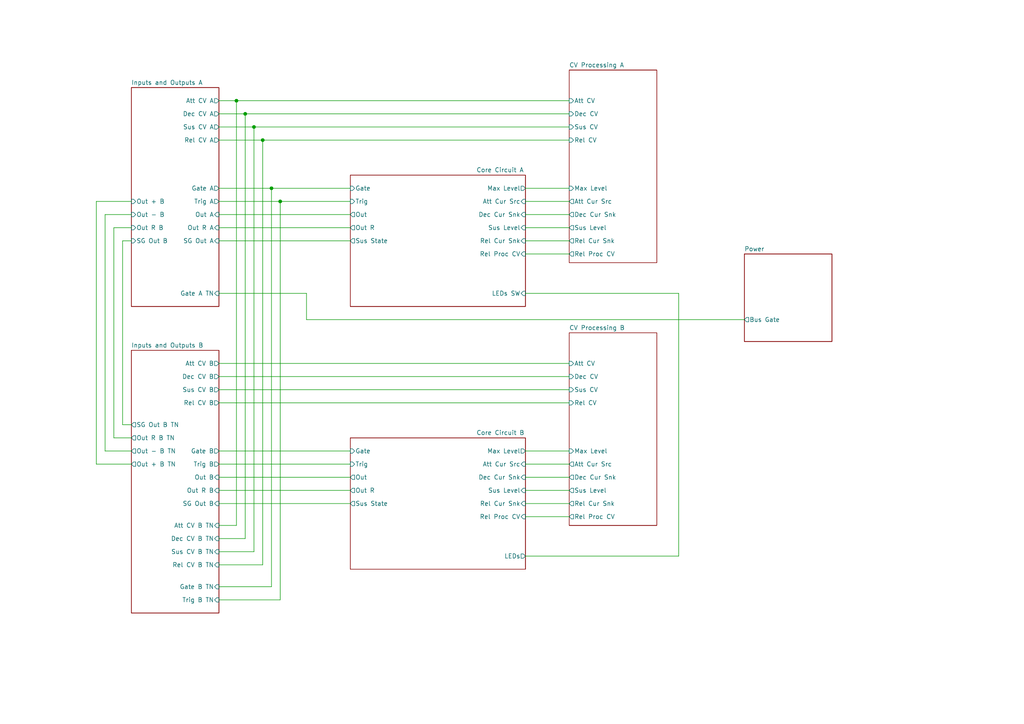
<source format=kicad_sch>
(kicad_sch
	(version 20250114)
	(generator "eeschema")
	(generator_version "9.0")
	(uuid "58f4306d-5387-4983-bb08-41a2313fd315")
	(paper "A4")
	(title_block
		(rev "1")
		(company "DMH Instruments")
		(comment 1 "PCB for 15cm Kosmo format synthesizer module")
	)
	(lib_symbols)
	(junction
		(at 81.28 58.42)
		(diameter 0)
		(color 0 0 0 0)
		(uuid "2dd2dd8f-3b41-46e4-8afb-55261737956a")
	)
	(junction
		(at 78.74 54.61)
		(diameter 0)
		(color 0 0 0 0)
		(uuid "430c753b-547d-49d8-beac-ee3719009a06")
	)
	(junction
		(at 73.66 36.83)
		(diameter 0)
		(color 0 0 0 0)
		(uuid "81979280-da5f-4542-a2ec-b0fab466d179")
	)
	(junction
		(at 68.58 29.21)
		(diameter 0)
		(color 0 0 0 0)
		(uuid "afc906a4-e7cc-48c2-8880-7862e64f868f")
	)
	(junction
		(at 76.2 40.64)
		(diameter 0)
		(color 0 0 0 0)
		(uuid "c80240f9-6e1a-46ad-9511-616f978e1a5a")
	)
	(junction
		(at 71.12 33.02)
		(diameter 0)
		(color 0 0 0 0)
		(uuid "ecb19fd9-df46-4e34-b003-c85a11163e72")
	)
	(wire
		(pts
			(xy 63.5 36.83) (xy 73.66 36.83)
		)
		(stroke
			(width 0)
			(type default)
		)
		(uuid "0488c006-3de3-42c1-99ef-6cce7536ca17")
	)
	(wire
		(pts
			(xy 63.5 62.23) (xy 101.6 62.23)
		)
		(stroke
			(width 0)
			(type default)
		)
		(uuid "0aa03d9b-6273-4d5b-9163-f8b291a92c4f")
	)
	(wire
		(pts
			(xy 152.4 146.05) (xy 165.1 146.05)
		)
		(stroke
			(width 0)
			(type default)
		)
		(uuid "0db65172-a60f-427b-9af3-19c455a9285a")
	)
	(wire
		(pts
			(xy 63.5 160.02) (xy 73.66 160.02)
		)
		(stroke
			(width 0)
			(type default)
		)
		(uuid "0ebb47d5-b1c9-409a-8443-e63deedd8be5")
	)
	(wire
		(pts
			(xy 63.5 173.99) (xy 81.28 173.99)
		)
		(stroke
			(width 0)
			(type default)
		)
		(uuid "135ca279-d2e2-4171-98d4-b54231a0ecc8")
	)
	(wire
		(pts
			(xy 76.2 40.64) (xy 165.1 40.64)
		)
		(stroke
			(width 0)
			(type default)
		)
		(uuid "1b5faf0e-8dab-4316-aaca-5526b713693e")
	)
	(wire
		(pts
			(xy 63.5 58.42) (xy 81.28 58.42)
		)
		(stroke
			(width 0)
			(type default)
		)
		(uuid "20965f5d-adf3-4921-957a-7a6818651f97")
	)
	(wire
		(pts
			(xy 63.5 146.05) (xy 101.6 146.05)
		)
		(stroke
			(width 0)
			(type default)
		)
		(uuid "20fcc1e1-ece0-4874-9377-8e3dc6c11f99")
	)
	(wire
		(pts
			(xy 152.4 69.85) (xy 165.1 69.85)
		)
		(stroke
			(width 0)
			(type default)
		)
		(uuid "22071fc4-8e4f-494a-9fc8-695c8d6b323f")
	)
	(wire
		(pts
			(xy 63.5 113.03) (xy 165.1 113.03)
		)
		(stroke
			(width 0)
			(type default)
		)
		(uuid "24710bfd-ac6e-4cb6-b10e-216918cb6ce8")
	)
	(wire
		(pts
			(xy 38.1 134.62) (xy 27.94 134.62)
		)
		(stroke
			(width 0)
			(type default)
		)
		(uuid "2728c202-58eb-4764-b5b5-190420ba9481")
	)
	(wire
		(pts
			(xy 63.5 105.41) (xy 165.1 105.41)
		)
		(stroke
			(width 0)
			(type default)
		)
		(uuid "2dfe8263-76c1-4c51-aea5-0411ba607bda")
	)
	(wire
		(pts
			(xy 152.4 85.09) (xy 196.85 85.09)
		)
		(stroke
			(width 0)
			(type default)
		)
		(uuid "30313de6-0b72-41d2-bdba-cf9ac3136a25")
	)
	(wire
		(pts
			(xy 63.5 152.4) (xy 68.58 152.4)
		)
		(stroke
			(width 0)
			(type default)
		)
		(uuid "3c009bad-bb91-4537-9804-e2116dab0b3c")
	)
	(wire
		(pts
			(xy 63.5 85.09) (xy 88.9 85.09)
		)
		(stroke
			(width 0)
			(type default)
		)
		(uuid "3c3af9fd-6fa5-41ee-aab9-35a71ffb0b28")
	)
	(wire
		(pts
			(xy 152.4 138.43) (xy 165.1 138.43)
		)
		(stroke
			(width 0)
			(type default)
		)
		(uuid "424faac8-de51-4204-bf74-1407966fc95e")
	)
	(wire
		(pts
			(xy 73.66 160.02) (xy 73.66 36.83)
		)
		(stroke
			(width 0)
			(type default)
		)
		(uuid "4500840f-54bf-47ef-9519-3af56e1a02c1")
	)
	(wire
		(pts
			(xy 63.5 66.04) (xy 101.6 66.04)
		)
		(stroke
			(width 0)
			(type default)
		)
		(uuid "46e295a5-abfc-41f6-9c8f-a739bc821c7f")
	)
	(wire
		(pts
			(xy 63.5 54.61) (xy 78.74 54.61)
		)
		(stroke
			(width 0)
			(type default)
		)
		(uuid "4731dd7b-505e-4c89-96fe-a78151bd3c92")
	)
	(wire
		(pts
			(xy 152.4 58.42) (xy 165.1 58.42)
		)
		(stroke
			(width 0)
			(type default)
		)
		(uuid "5549df4b-e88b-42ae-9453-3c597d9d0af8")
	)
	(wire
		(pts
			(xy 68.58 29.21) (xy 165.1 29.21)
		)
		(stroke
			(width 0)
			(type default)
		)
		(uuid "57c95a8f-948d-421c-9f85-73f0869dbc05")
	)
	(wire
		(pts
			(xy 81.28 58.42) (xy 101.6 58.42)
		)
		(stroke
			(width 0)
			(type default)
		)
		(uuid "5e22d996-d991-402c-ae41-c1cc2af714b7")
	)
	(wire
		(pts
			(xy 76.2 163.83) (xy 76.2 40.64)
		)
		(stroke
			(width 0)
			(type default)
		)
		(uuid "5f95fb43-c694-4c89-9f67-9700e843063f")
	)
	(wire
		(pts
			(xy 152.4 73.66) (xy 165.1 73.66)
		)
		(stroke
			(width 0)
			(type default)
		)
		(uuid "6b41f85e-6762-414d-94e8-37ec0c64c1e9")
	)
	(wire
		(pts
			(xy 73.66 36.83) (xy 165.1 36.83)
		)
		(stroke
			(width 0)
			(type default)
		)
		(uuid "6e1a3b9a-0e9a-4c5b-91a5-0f5c836ea861")
	)
	(wire
		(pts
			(xy 63.5 156.21) (xy 71.12 156.21)
		)
		(stroke
			(width 0)
			(type default)
		)
		(uuid "7167fe48-22fc-4d00-bf3f-51f5fd95ae72")
	)
	(wire
		(pts
			(xy 78.74 170.18) (xy 78.74 54.61)
		)
		(stroke
			(width 0)
			(type default)
		)
		(uuid "77ce5346-0dce-4c1f-b15f-fe5e5f79c7c2")
	)
	(wire
		(pts
			(xy 78.74 54.61) (xy 101.6 54.61)
		)
		(stroke
			(width 0)
			(type default)
		)
		(uuid "7a814d3a-6c51-4600-aa3a-3de93f068dd0")
	)
	(wire
		(pts
			(xy 33.02 127) (xy 33.02 66.04)
		)
		(stroke
			(width 0)
			(type default)
		)
		(uuid "8056e820-abaf-42a0-885c-d9acd9515502")
	)
	(wire
		(pts
			(xy 63.5 142.24) (xy 101.6 142.24)
		)
		(stroke
			(width 0)
			(type default)
		)
		(uuid "856609a9-703a-4673-90d9-745916d2ed27")
	)
	(wire
		(pts
			(xy 38.1 127) (xy 33.02 127)
		)
		(stroke
			(width 0)
			(type default)
		)
		(uuid "86611cfd-5f7a-4d09-bfdd-dcbbaf9ee5e8")
	)
	(wire
		(pts
			(xy 152.4 149.86) (xy 165.1 149.86)
		)
		(stroke
			(width 0)
			(type default)
		)
		(uuid "86970fbc-0ff2-4477-b7ff-622238ff3dd0")
	)
	(wire
		(pts
			(xy 71.12 156.21) (xy 71.12 33.02)
		)
		(stroke
			(width 0)
			(type default)
		)
		(uuid "8bbd33a8-ab2a-434d-a01f-c07393a0d407")
	)
	(wire
		(pts
			(xy 196.85 161.29) (xy 196.85 85.09)
		)
		(stroke
			(width 0)
			(type default)
		)
		(uuid "8d81a39d-aa67-4fcc-ad47-fcdd952d061f")
	)
	(wire
		(pts
			(xy 63.5 40.64) (xy 76.2 40.64)
		)
		(stroke
			(width 0)
			(type default)
		)
		(uuid "9321d842-f39f-4ec5-9ed3-d3b200a88359")
	)
	(wire
		(pts
			(xy 88.9 92.71) (xy 88.9 85.09)
		)
		(stroke
			(width 0)
			(type default)
		)
		(uuid "9a3848e3-b8e1-4b36-b6d5-794bf12ae3fd")
	)
	(wire
		(pts
			(xy 63.5 163.83) (xy 76.2 163.83)
		)
		(stroke
			(width 0)
			(type default)
		)
		(uuid "9a8b8422-2424-418a-8513-4380ee612551")
	)
	(wire
		(pts
			(xy 63.5 109.22) (xy 165.1 109.22)
		)
		(stroke
			(width 0)
			(type default)
		)
		(uuid "9d1586a3-9973-489b-bf21-3c010c940f4a")
	)
	(wire
		(pts
			(xy 63.5 29.21) (xy 68.58 29.21)
		)
		(stroke
			(width 0)
			(type default)
		)
		(uuid "9db98dbd-2dc3-41c6-94e6-2f9844241960")
	)
	(wire
		(pts
			(xy 152.4 62.23) (xy 165.1 62.23)
		)
		(stroke
			(width 0)
			(type default)
		)
		(uuid "a8cc4405-be17-461a-aeb8-4bb34d9a5965")
	)
	(wire
		(pts
			(xy 152.4 161.29) (xy 196.85 161.29)
		)
		(stroke
			(width 0)
			(type default)
		)
		(uuid "ac8d1b36-4fe5-4703-9baf-38d9537806db")
	)
	(wire
		(pts
			(xy 63.5 134.62) (xy 101.6 134.62)
		)
		(stroke
			(width 0)
			(type default)
		)
		(uuid "b0c512f1-579d-43fc-8d3b-8288c252e330")
	)
	(wire
		(pts
			(xy 68.58 29.21) (xy 68.58 152.4)
		)
		(stroke
			(width 0)
			(type default)
		)
		(uuid "b27c582e-0670-4c19-8f2a-18b9b8841efc")
	)
	(wire
		(pts
			(xy 27.94 134.62) (xy 27.94 58.42)
		)
		(stroke
			(width 0)
			(type default)
		)
		(uuid "b2f3bf40-46c2-4576-82a0-a93d05804c9e")
	)
	(wire
		(pts
			(xy 33.02 66.04) (xy 38.1 66.04)
		)
		(stroke
			(width 0)
			(type default)
		)
		(uuid "b3a68423-7d36-4b99-9110-7e705f2687f6")
	)
	(wire
		(pts
			(xy 152.4 130.81) (xy 165.1 130.81)
		)
		(stroke
			(width 0)
			(type default)
		)
		(uuid "b5b57d38-4816-4343-a76b-124701da5813")
	)
	(wire
		(pts
			(xy 63.5 170.18) (xy 78.74 170.18)
		)
		(stroke
			(width 0)
			(type default)
		)
		(uuid "b60f27f5-93cf-4a12-b692-0271d28cbfe1")
	)
	(wire
		(pts
			(xy 27.94 58.42) (xy 38.1 58.42)
		)
		(stroke
			(width 0)
			(type default)
		)
		(uuid "b65afce2-0318-4b5d-9292-1fd0606d1647")
	)
	(wire
		(pts
			(xy 63.5 69.85) (xy 101.6 69.85)
		)
		(stroke
			(width 0)
			(type default)
		)
		(uuid "bd161bfd-933c-4b2e-85a0-54a163619903")
	)
	(wire
		(pts
			(xy 38.1 123.19) (xy 35.56 123.19)
		)
		(stroke
			(width 0)
			(type default)
		)
		(uuid "c9f53e2f-2659-49cd-9af7-f48f3d14f25f")
	)
	(wire
		(pts
			(xy 63.5 138.43) (xy 101.6 138.43)
		)
		(stroke
			(width 0)
			(type default)
		)
		(uuid "ccd984a9-1084-4fc8-afa2-9f14efcf2238")
	)
	(wire
		(pts
			(xy 152.4 54.61) (xy 165.1 54.61)
		)
		(stroke
			(width 0)
			(type default)
		)
		(uuid "d14cede6-9ccc-46ca-a10e-b391c89d184c")
	)
	(wire
		(pts
			(xy 81.28 173.99) (xy 81.28 58.42)
		)
		(stroke
			(width 0)
			(type default)
		)
		(uuid "d20011db-74e0-4445-8508-72e459d24d9a")
	)
	(wire
		(pts
			(xy 63.5 130.81) (xy 101.6 130.81)
		)
		(stroke
			(width 0)
			(type default)
		)
		(uuid "d3e7506e-e024-4b8e-a2e0-acf43cbcd221")
	)
	(wire
		(pts
			(xy 63.5 33.02) (xy 71.12 33.02)
		)
		(stroke
			(width 0)
			(type default)
		)
		(uuid "d5771c0d-55d7-4dc1-b79f-32120e98edc3")
	)
	(wire
		(pts
			(xy 152.4 142.24) (xy 165.1 142.24)
		)
		(stroke
			(width 0)
			(type default)
		)
		(uuid "d60dd747-0221-468a-822e-1c673cf6c106")
	)
	(wire
		(pts
			(xy 152.4 134.62) (xy 165.1 134.62)
		)
		(stroke
			(width 0)
			(type default)
		)
		(uuid "d68e2cf4-73d5-4ba7-8f9d-b48bcd66be4f")
	)
	(wire
		(pts
			(xy 30.48 62.23) (xy 38.1 62.23)
		)
		(stroke
			(width 0)
			(type default)
		)
		(uuid "d6d96bf2-7ae3-4123-87f1-08b2da18189c")
	)
	(wire
		(pts
			(xy 152.4 66.04) (xy 165.1 66.04)
		)
		(stroke
			(width 0)
			(type default)
		)
		(uuid "d7ebff72-8919-4af7-90d0-032c88faa4db")
	)
	(wire
		(pts
			(xy 35.56 69.85) (xy 38.1 69.85)
		)
		(stroke
			(width 0)
			(type default)
		)
		(uuid "d8fb0cf9-2f5b-4763-a413-3d3efab5d1a6")
	)
	(wire
		(pts
			(xy 215.9 92.71) (xy 88.9 92.71)
		)
		(stroke
			(width 0)
			(type default)
		)
		(uuid "dc22884f-8566-4778-a938-ba779e6e31e7")
	)
	(wire
		(pts
			(xy 63.5 116.84) (xy 165.1 116.84)
		)
		(stroke
			(width 0)
			(type default)
		)
		(uuid "dedc9419-dfb6-41c3-ad20-9cf7d0c8f9eb")
	)
	(wire
		(pts
			(xy 30.48 130.81) (xy 30.48 62.23)
		)
		(stroke
			(width 0)
			(type default)
		)
		(uuid "e30e4c57-d771-4556-ae67-ba816de0aa37")
	)
	(wire
		(pts
			(xy 71.12 33.02) (xy 165.1 33.02)
		)
		(stroke
			(width 0)
			(type default)
		)
		(uuid "ed1821cd-cc9c-4ab1-b19d-6b00d6452cc7")
	)
	(wire
		(pts
			(xy 35.56 123.19) (xy 35.56 69.85)
		)
		(stroke
			(width 0)
			(type default)
		)
		(uuid "efe8fd49-01c4-4496-93b6-8111f0ebbe10")
	)
	(wire
		(pts
			(xy 38.1 130.81) (xy 30.48 130.81)
		)
		(stroke
			(width 0)
			(type default)
		)
		(uuid "fc4ee95f-9774-414c-a767-499cf5723807")
	)
	(sheet
		(at 215.9 73.66)
		(size 25.4 25.4)
		(exclude_from_sim no)
		(in_bom yes)
		(on_board yes)
		(dnp no)
		(fields_autoplaced yes)
		(stroke
			(width 0.1524)
			(type solid)
		)
		(fill
			(color 0 0 0 0.0000)
		)
		(uuid "0cdf34b2-39cd-4d9e-981a-97cd34791509")
		(property "Sheetname" "Power"
			(at 215.9 72.9484 0)
			(effects
				(font
					(size 1.27 1.27)
				)
				(justify left bottom)
			)
		)
		(property "Sheetfile" "Power.kicad_sch"
			(at 215.9 99.6446 0)
			(effects
				(font
					(size 1.27 1.27)
				)
				(justify left top)
				(hide yes)
			)
		)
		(pin "Bus Gate" output
			(at 215.9 92.71 180)
			(uuid "00f3de1f-6ad5-4ce6-83b6-bcc422cb898f")
			(effects
				(font
					(size 1.27 1.27)
				)
				(justify left)
			)
		)
		(instances
			(project "DMH_VCEG_PCB_2"
				(path "/58f4306d-5387-4983-bb08-41a2313fd315"
					(page "10")
				)
			)
		)
	)
	(sheet
		(at 38.1 101.6)
		(size 25.4 76.2)
		(exclude_from_sim no)
		(in_bom yes)
		(on_board yes)
		(dnp no)
		(fields_autoplaced yes)
		(stroke
			(width 0.1524)
			(type solid)
		)
		(fill
			(color 0 0 0 0.0000)
		)
		(uuid "56bd3f35-094b-4adb-8c6d-1e57b38bb61e")
		(property "Sheetname" "Inputs and Outputs B"
			(at 38.1 100.8884 0)
			(effects
				(font
					(size 1.27 1.27)
				)
				(justify left bottom)
			)
		)
		(property "Sheetfile" "Inputs_and_Outputs_B.kicad_sch"
			(at 38.1 178.3846 0)
			(effects
				(font
					(size 1.27 1.27)
				)
				(justify left top)
				(hide yes)
			)
		)
		(pin "Att CV B TN" input
			(at 63.5 152.4 0)
			(uuid "f6f3570a-8e82-426b-b38a-e69d45694649")
			(effects
				(font
					(size 1.27 1.27)
				)
				(justify right)
			)
		)
		(pin "Dec CV B TN" input
			(at 63.5 156.21 0)
			(uuid "5605e781-6630-47de-bf57-8593042d41fc")
			(effects
				(font
					(size 1.27 1.27)
				)
				(justify right)
			)
		)
		(pin "Gate B" output
			(at 63.5 130.81 0)
			(uuid "5c5537b4-60d1-463f-aefb-ba0abac51176")
			(effects
				(font
					(size 1.27 1.27)
				)
				(justify right)
			)
		)
		(pin "Gate B TN" input
			(at 63.5 170.18 0)
			(uuid "2ba89036-4737-4be0-87e4-fdab7d148590")
			(effects
				(font
					(size 1.27 1.27)
				)
				(justify right)
			)
		)
		(pin "Out + B TN" output
			(at 38.1 134.62 180)
			(uuid "f486be58-45ac-427f-a4d2-9b74a94b4264")
			(effects
				(font
					(size 1.27 1.27)
				)
				(justify left)
			)
		)
		(pin "Out - B TN" output
			(at 38.1 130.81 180)
			(uuid "10f524d3-8026-4d03-9932-d0a943cb6574")
			(effects
				(font
					(size 1.27 1.27)
				)
				(justify left)
			)
		)
		(pin "Out B" input
			(at 63.5 138.43 0)
			(uuid "7e418dc3-3a91-4b20-b029-64bd56ff4e3d")
			(effects
				(font
					(size 1.27 1.27)
				)
				(justify right)
			)
		)
		(pin "Out R B" input
			(at 63.5 142.24 0)
			(uuid "0f49e183-0e23-41ff-8666-e1c99aaec793")
			(effects
				(font
					(size 1.27 1.27)
				)
				(justify right)
			)
		)
		(pin "Out R B TN" output
			(at 38.1 127 180)
			(uuid "83ebd2ad-ff46-4db9-8a40-272302ac80a0")
			(effects
				(font
					(size 1.27 1.27)
				)
				(justify left)
			)
		)
		(pin "Rel CV B TN" input
			(at 63.5 163.83 0)
			(uuid "6e8e8466-bc50-46fe-9b99-bef261ca48f4")
			(effects
				(font
					(size 1.27 1.27)
				)
				(justify right)
			)
		)
		(pin "SG Out B" input
			(at 63.5 146.05 0)
			(uuid "0ba46a48-3e41-42f9-88c2-60be96d1d25c")
			(effects
				(font
					(size 1.27 1.27)
				)
				(justify right)
			)
		)
		(pin "SG Out B TN" output
			(at 38.1 123.19 180)
			(uuid "b0f32df6-718c-4e34-9f69-383f0a8977e7")
			(effects
				(font
					(size 1.27 1.27)
				)
				(justify left)
			)
		)
		(pin "Sus CV B TN" input
			(at 63.5 160.02 0)
			(uuid "a0641d57-8b16-478a-9d1c-d32ffcfbaf87")
			(effects
				(font
					(size 1.27 1.27)
				)
				(justify right)
			)
		)
		(pin "Trig B" output
			(at 63.5 134.62 0)
			(uuid "795a8e28-e26d-4ea9-9cfb-e01b73c87d0a")
			(effects
				(font
					(size 1.27 1.27)
				)
				(justify right)
			)
		)
		(pin "Trig B TN" input
			(at 63.5 173.99 0)
			(uuid "728cbe64-3713-40d2-a767-ea0f09da53cd")
			(effects
				(font
					(size 1.27 1.27)
				)
				(justify right)
			)
		)
		(pin "Att CV B" output
			(at 63.5 105.41 0)
			(uuid "a8d58929-4891-4cec-b830-b768e7b6cd60")
			(effects
				(font
					(size 1.27 1.27)
				)
				(justify right)
			)
		)
		(pin "Dec CV B" output
			(at 63.5 109.22 0)
			(uuid "ab3f5370-551e-432e-8ad7-ceb0fededc64")
			(effects
				(font
					(size 1.27 1.27)
				)
				(justify right)
			)
		)
		(pin "Rel CV B" output
			(at 63.5 116.84 0)
			(uuid "f048cc18-228d-4f7a-8234-37f88825f2c2")
			(effects
				(font
					(size 1.27 1.27)
				)
				(justify right)
			)
		)
		(pin "Sus CV B" output
			(at 63.5 113.03 0)
			(uuid "0e2ea34e-6019-4bb6-b6d3-ec9a13407a55")
			(effects
				(font
					(size 1.27 1.27)
				)
				(justify right)
			)
		)
		(instances
			(project "DMH_VCEG_PCB_2"
				(path "/58f4306d-5387-4983-bb08-41a2313fd315"
					(page "3")
				)
			)
		)
	)
	(sheet
		(at 165.1 20.32)
		(size 25.4 55.88)
		(exclude_from_sim no)
		(in_bom yes)
		(on_board yes)
		(dnp no)
		(fields_autoplaced yes)
		(stroke
			(width 0.1524)
			(type solid)
		)
		(fill
			(color 0 0 0 0.0000)
		)
		(uuid "7d3cb848-7f4a-41b7-b3df-5bb0c19476ef")
		(property "Sheetname" "CV Processing A"
			(at 165.1 19.6084 0)
			(effects
				(font
					(size 1.27 1.27)
				)
				(justify left bottom)
			)
		)
		(property "Sheetfile" "CV_Processing_A.kicad_sch"
			(at 165.1 76.7846 0)
			(effects
				(font
					(size 1.27 1.27)
				)
				(justify left top)
				(hide yes)
			)
		)
		(pin "Att CV" input
			(at 165.1 29.21 180)
			(uuid "ae649b8a-8245-44df-a51a-e7f113979922")
			(effects
				(font
					(size 1.27 1.27)
				)
				(justify left)
			)
		)
		(pin "Dec CV" input
			(at 165.1 33.02 180)
			(uuid "ca3e7097-e872-45a3-96cf-cd5586f5eb52")
			(effects
				(font
					(size 1.27 1.27)
				)
				(justify left)
			)
		)
		(pin "Rel CV" input
			(at 165.1 40.64 180)
			(uuid "52b9d6cf-427c-41ab-8427-3bf30f3880d4")
			(effects
				(font
					(size 1.27 1.27)
				)
				(justify left)
			)
		)
		(pin "Sus CV" input
			(at 165.1 36.83 180)
			(uuid "6fa909d3-0275-412a-8919-42aec7cc4ed7")
			(effects
				(font
					(size 1.27 1.27)
				)
				(justify left)
			)
		)
		(pin "Max Level" input
			(at 165.1 54.61 180)
			(uuid "dee6b1e4-ed94-4be5-a870-945e3638eb40")
			(effects
				(font
					(size 1.27 1.27)
				)
				(justify left)
			)
		)
		(pin "Att Cur Src" output
			(at 165.1 58.42 180)
			(uuid "3d0e7ca1-bef6-4f2f-ba19-794529ea3508")
			(effects
				(font
					(size 1.27 1.27)
				)
				(justify left)
			)
		)
		(pin "Dec Cur Snk" output
			(at 165.1 62.23 180)
			(uuid "914b3cbf-220c-4ef5-b6b4-4114147c29fb")
			(effects
				(font
					(size 1.27 1.27)
				)
				(justify left)
			)
		)
		(pin "Rel Proc CV" output
			(at 165.1 73.66 180)
			(uuid "18aed36f-25ef-4652-b038-c1ad07b438ba")
			(effects
				(font
					(size 1.27 1.27)
				)
				(justify left)
			)
		)
		(pin "Rel Cur Snk" output
			(at 165.1 69.85 180)
			(uuid "da86b1e1-cfc5-4a61-9ea1-efe23a025d2c")
			(effects
				(font
					(size 1.27 1.27)
				)
				(justify left)
			)
		)
		(pin "Sus Level" output
			(at 165.1 66.04 180)
			(uuid "77f74327-e86b-4445-8c46-4b982211c895")
			(effects
				(font
					(size 1.27 1.27)
				)
				(justify left)
			)
		)
		(instances
			(project "DMH_VCEG_PCB_2"
				(path "/58f4306d-5387-4983-bb08-41a2313fd315"
					(page "6")
				)
			)
		)
	)
	(sheet
		(at 101.6 127)
		(size 50.8 38.1)
		(exclude_from_sim no)
		(in_bom yes)
		(on_board yes)
		(dnp no)
		(stroke
			(width 0.1524)
			(type solid)
		)
		(fill
			(color 0 0 0 0.0000)
		)
		(uuid "8d22a13f-1d3b-4a1f-8b3f-baf42965c019")
		(property "Sheetname" "Core Circuit B"
			(at 138.176 126.238 0)
			(effects
				(font
					(size 1.27 1.27)
				)
				(justify left bottom)
			)
		)
		(property "Sheetfile" "Core_Circuit_B.kicad_sch"
			(at 101.6 165.6846 0)
			(effects
				(font
					(size 1.27 1.27)
				)
				(justify left top)
				(hide yes)
			)
		)
		(pin "Gate" input
			(at 101.6 130.81 180)
			(uuid "a2c75ba6-d70e-432b-915a-a0e64d22828b")
			(effects
				(font
					(size 1.27 1.27)
				)
				(justify left)
			)
		)
		(pin "Trig" input
			(at 101.6 134.62 180)
			(uuid "82999391-9cbe-4884-a5bc-1e5edca5899f")
			(effects
				(font
					(size 1.27 1.27)
				)
				(justify left)
			)
		)
		(pin "Out" output
			(at 101.6 138.43 180)
			(uuid "bf9a19a8-b468-4d00-b08e-d0f7b53d3269")
			(effects
				(font
					(size 1.27 1.27)
				)
				(justify left)
			)
		)
		(pin "Max Level" output
			(at 152.4 130.81 0)
			(uuid "4df2680a-7c52-43b6-9bf1-9902f57e0fee")
			(effects
				(font
					(size 1.27 1.27)
				)
				(justify right)
			)
		)
		(pin "Sus Level" input
			(at 152.4 142.24 0)
			(uuid "7ca34b70-3025-4ef8-bd93-ad8d097f40d2")
			(effects
				(font
					(size 1.27 1.27)
				)
				(justify right)
			)
		)
		(pin "Dec Cur Snk" input
			(at 152.4 138.43 0)
			(uuid "bcc49da9-9862-4bb4-ab9d-7e31e57992ee")
			(effects
				(font
					(size 1.27 1.27)
				)
				(justify right)
			)
		)
		(pin "LEDs" output
			(at 152.4 161.29 0)
			(uuid "a42f1191-08c5-4a9e-9cb2-fe52efa772d8")
			(effects
				(font
					(size 1.27 1.27)
				)
				(justify right)
			)
		)
		(pin "Out R" output
			(at 101.6 142.24 180)
			(uuid "2d1f640b-fb69-4924-9307-7eb96385d91c")
			(effects
				(font
					(size 1.27 1.27)
				)
				(justify left)
			)
		)
		(pin "Rel Cur Snk" input
			(at 152.4 146.05 0)
			(uuid "a559b709-d8de-4a31-8dfa-c0026ef78fc9")
			(effects
				(font
					(size 1.27 1.27)
				)
				(justify right)
			)
		)
		(pin "Att Cur Src" input
			(at 152.4 134.62 0)
			(uuid "abb96633-747c-4a5e-9c43-69c060cf2945")
			(effects
				(font
					(size 1.27 1.27)
				)
				(justify right)
			)
		)
		(pin "Sus State" output
			(at 101.6 146.05 180)
			(uuid "ff060a7c-a3de-48ef-b5ea-3a5d9efb4a32")
			(effects
				(font
					(size 1.27 1.27)
				)
				(justify left)
			)
		)
		(pin "Rel Proc CV" input
			(at 152.4 149.86 0)
			(uuid "41e353bc-3c12-4d81-87fe-ab35babfa2d3")
			(effects
				(font
					(size 1.27 1.27)
				)
				(justify right)
			)
		)
		(instances
			(project "DMH_VCEG_PCB_2"
				(path "/58f4306d-5387-4983-bb08-41a2313fd315"
					(page "5")
				)
			)
		)
	)
	(sheet
		(at 165.1 96.52)
		(size 25.4 55.88)
		(exclude_from_sim no)
		(in_bom yes)
		(on_board yes)
		(dnp no)
		(fields_autoplaced yes)
		(stroke
			(width 0.1524)
			(type solid)
		)
		(fill
			(color 0 0 0 0.0000)
		)
		(uuid "b3f92c0e-ea97-4ef0-9a6b-254feed98ad2")
		(property "Sheetname" "CV Processing B"
			(at 165.1 95.8084 0)
			(effects
				(font
					(size 1.27 1.27)
				)
				(justify left bottom)
			)
		)
		(property "Sheetfile" "CV_Processing_B.kicad_sch"
			(at 165.1 152.9846 0)
			(effects
				(font
					(size 1.27 1.27)
				)
				(justify left top)
				(hide yes)
			)
		)
		(pin "Att CV" input
			(at 165.1 105.41 180)
			(uuid "0c557391-a1d4-4cda-b765-69e9814fe6d0")
			(effects
				(font
					(size 1.27 1.27)
				)
				(justify left)
			)
		)
		(pin "Dec CV" input
			(at 165.1 109.22 180)
			(uuid "fa1fc326-1548-4c27-ba5c-538de4f9a529")
			(effects
				(font
					(size 1.27 1.27)
				)
				(justify left)
			)
		)
		(pin "Rel CV" input
			(at 165.1 116.84 180)
			(uuid "808d02e6-537c-49b6-a2b7-38c147ade26f")
			(effects
				(font
					(size 1.27 1.27)
				)
				(justify left)
			)
		)
		(pin "Sus CV" input
			(at 165.1 113.03 180)
			(uuid "e36394af-c27a-402a-bd95-20c45a61e6a6")
			(effects
				(font
					(size 1.27 1.27)
				)
				(justify left)
			)
		)
		(pin "Max Level" input
			(at 165.1 130.81 180)
			(uuid "45bfeaf1-f349-42f8-88a3-30250ad0f362")
			(effects
				(font
					(size 1.27 1.27)
				)
				(justify left)
			)
		)
		(pin "Att Cur Src" output
			(at 165.1 134.62 180)
			(uuid "0b79948e-d1e3-4e73-ba56-339ac9c4df49")
			(effects
				(font
					(size 1.27 1.27)
				)
				(justify left)
			)
		)
		(pin "Dec Cur Snk" output
			(at 165.1 138.43 180)
			(uuid "b481978e-eced-42dd-9bee-94966565c356")
			(effects
				(font
					(size 1.27 1.27)
				)
				(justify left)
			)
		)
		(pin "Rel Proc CV" output
			(at 165.1 149.86 180)
			(uuid "73526f46-1ad4-49b9-8437-d2ce5d08143d")
			(effects
				(font
					(size 1.27 1.27)
				)
				(justify left)
			)
		)
		(pin "Rel Cur Snk" output
			(at 165.1 146.05 180)
			(uuid "e4c6a7d6-8905-4845-8b21-9e783dc1bbb1")
			(effects
				(font
					(size 1.27 1.27)
				)
				(justify left)
			)
		)
		(pin "Sus Level" output
			(at 165.1 142.24 180)
			(uuid "3eb8acea-3a73-4a5b-b58e-f6f8ae20eada")
			(effects
				(font
					(size 1.27 1.27)
				)
				(justify left)
			)
		)
		(instances
			(project "DMH_VCEG_PCB_2"
				(path "/58f4306d-5387-4983-bb08-41a2313fd315"
					(page "7")
				)
			)
		)
	)
	(sheet
		(at 101.6 50.8)
		(size 50.8 38.1)
		(exclude_from_sim no)
		(in_bom yes)
		(on_board yes)
		(dnp no)
		(stroke
			(width 0.1524)
			(type solid)
		)
		(fill
			(color 0 0 0 0.0000)
		)
		(uuid "cb21e49a-1eb5-49c3-bf16-2a24a7e3f94c")
		(property "Sheetname" "Core Circuit A"
			(at 138.176 50.038 0)
			(effects
				(font
					(size 1.27 1.27)
				)
				(justify left bottom)
			)
		)
		(property "Sheetfile" "Core_Circuit_A.kicad_sch"
			(at 101.6 89.4846 0)
			(effects
				(font
					(size 1.27 1.27)
				)
				(justify left top)
				(hide yes)
			)
		)
		(pin "Gate" input
			(at 101.6 54.61 180)
			(uuid "5c18d0a2-8069-4917-a424-94f5da42978a")
			(effects
				(font
					(size 1.27 1.27)
				)
				(justify left)
			)
		)
		(pin "Trig" input
			(at 101.6 58.42 180)
			(uuid "a469e801-aa53-4660-be2b-529d61a4df5b")
			(effects
				(font
					(size 1.27 1.27)
				)
				(justify left)
			)
		)
		(pin "Out" output
			(at 101.6 62.23 180)
			(uuid "47047b31-8826-46a1-9976-73003f6ba029")
			(effects
				(font
					(size 1.27 1.27)
				)
				(justify left)
			)
		)
		(pin "Max Level" output
			(at 152.4 54.61 0)
			(uuid "4ed2d949-04b6-435e-9a05-4b3a1ea79c7f")
			(effects
				(font
					(size 1.27 1.27)
				)
				(justify right)
			)
		)
		(pin "Sus Level" input
			(at 152.4 66.04 0)
			(uuid "20d88507-e9ee-43be-b05c-cf599fe02a1e")
			(effects
				(font
					(size 1.27 1.27)
				)
				(justify right)
			)
		)
		(pin "Dec Cur Snk" input
			(at 152.4 62.23 0)
			(uuid "209e8cd5-9641-478b-8dd8-5e6e34d2060b")
			(effects
				(font
					(size 1.27 1.27)
				)
				(justify right)
			)
		)
		(pin "LEDs SW" input
			(at 152.4 85.09 0)
			(uuid "b278ccf0-cb41-4103-a954-b3096fe3dc29")
			(effects
				(font
					(size 1.27 1.27)
				)
				(justify right)
			)
		)
		(pin "Out R" output
			(at 101.6 66.04 180)
			(uuid "bc283c80-a50f-4152-9972-4e5f3b8fcb94")
			(effects
				(font
					(size 1.27 1.27)
				)
				(justify left)
			)
		)
		(pin "Rel Cur Snk" input
			(at 152.4 69.85 0)
			(uuid "3c81691c-ec3e-4942-bbbf-32dc9da9ded3")
			(effects
				(font
					(size 1.27 1.27)
				)
				(justify right)
			)
		)
		(pin "Att Cur Src" input
			(at 152.4 58.42 0)
			(uuid "d352a588-4b5c-4884-877d-7262188ef4ff")
			(effects
				(font
					(size 1.27 1.27)
				)
				(justify right)
			)
		)
		(pin "Sus State" output
			(at 101.6 69.85 180)
			(uuid "842c1c26-7789-4443-9c27-d9adefca833f")
			(effects
				(font
					(size 1.27 1.27)
				)
				(justify left)
			)
		)
		(pin "Rel Proc CV" input
			(at 152.4 73.66 0)
			(uuid "1045df88-5b3c-4677-8a09-6790caa130ca")
			(effects
				(font
					(size 1.27 1.27)
				)
				(justify right)
			)
		)
		(instances
			(project "DMH_VCEG_PCB_2"
				(path "/58f4306d-5387-4983-bb08-41a2313fd315"
					(page "4")
				)
			)
		)
	)
	(sheet
		(at 38.1 25.4)
		(size 25.4 63.5)
		(exclude_from_sim no)
		(in_bom yes)
		(on_board yes)
		(dnp no)
		(fields_autoplaced yes)
		(stroke
			(width 0.1524)
			(type solid)
		)
		(fill
			(color 0 0 0 0.0000)
		)
		(uuid "ce3fef8b-9f1d-4178-b50b-4a046c030679")
		(property "Sheetname" "Inputs and Outputs A"
			(at 38.1 24.6884 0)
			(effects
				(font
					(size 1.27 1.27)
				)
				(justify left bottom)
			)
		)
		(property "Sheetfile" "Inputs_and_Outputs_A.kicad_sch"
			(at 38.1 89.4846 0)
			(effects
				(font
					(size 1.27 1.27)
				)
				(justify left top)
				(hide yes)
			)
		)
		(pin "Att CV A" output
			(at 63.5 29.21 0)
			(uuid "3f86dda7-7cce-4834-84ae-83c3f57c8ca4")
			(effects
				(font
					(size 1.27 1.27)
				)
				(justify right)
			)
		)
		(pin "Dec CV A" output
			(at 63.5 33.02 0)
			(uuid "0d089704-642f-414a-8bde-b9ac3e3d2dac")
			(effects
				(font
					(size 1.27 1.27)
				)
				(justify right)
			)
		)
		(pin "Gate A" output
			(at 63.5 54.61 0)
			(uuid "6ed31cfe-bf4a-462a-9975-24a7ac04aacf")
			(effects
				(font
					(size 1.27 1.27)
				)
				(justify right)
			)
		)
		(pin "Out + B" input
			(at 38.1 58.42 180)
			(uuid "92df3c26-8b75-4326-b19a-d29afe85368a")
			(effects
				(font
					(size 1.27 1.27)
				)
				(justify left)
			)
		)
		(pin "Out - B" input
			(at 38.1 62.23 180)
			(uuid "4d3bd83c-1bbc-482d-b099-65b6647ed5a1")
			(effects
				(font
					(size 1.27 1.27)
				)
				(justify left)
			)
		)
		(pin "Out A" input
			(at 63.5 62.23 0)
			(uuid "f1e1b909-8483-492d-bf23-07f8c537f083")
			(effects
				(font
					(size 1.27 1.27)
				)
				(justify right)
			)
		)
		(pin "Out R A" input
			(at 63.5 66.04 0)
			(uuid "931f2cf7-fb8a-4a2c-8ac1-9f6c5c741245")
			(effects
				(font
					(size 1.27 1.27)
				)
				(justify right)
			)
		)
		(pin "Out R B" input
			(at 38.1 66.04 180)
			(uuid "84f609c7-c970-4883-9383-a0e490765cb4")
			(effects
				(font
					(size 1.27 1.27)
				)
				(justify left)
			)
		)
		(pin "Rel CV A" output
			(at 63.5 40.64 0)
			(uuid "2d2625ba-f450-490d-89a3-9c874de4a1cf")
			(effects
				(font
					(size 1.27 1.27)
				)
				(justify right)
			)
		)
		(pin "SG Out A" input
			(at 63.5 69.85 0)
			(uuid "29c09bc2-2da8-4fb7-90c4-90e26be44ed3")
			(effects
				(font
					(size 1.27 1.27)
				)
				(justify right)
			)
		)
		(pin "SG Out B" input
			(at 38.1 69.85 180)
			(uuid "ee0f59e1-2dcf-47c6-b8e3-2dd8b4976c41")
			(effects
				(font
					(size 1.27 1.27)
				)
				(justify left)
			)
		)
		(pin "Sus CV A" output
			(at 63.5 36.83 0)
			(uuid "743df615-1dac-4830-aec0-565d95059839")
			(effects
				(font
					(size 1.27 1.27)
				)
				(justify right)
			)
		)
		(pin "Trig A" output
			(at 63.5 58.42 0)
			(uuid "412ceeda-419b-4f5e-8fca-558bdb2e7967")
			(effects
				(font
					(size 1.27 1.27)
				)
				(justify right)
			)
		)
		(pin "Gate A TN" input
			(at 63.5 85.09 0)
			(uuid "321d0223-1ef2-4de8-bccf-77c338fb5ff1")
			(effects
				(font
					(size 1.27 1.27)
				)
				(justify right)
			)
		)
		(instances
			(project "DMH_VCEG_PCB_2"
				(path "/58f4306d-5387-4983-bb08-41a2313fd315"
					(page "2")
				)
			)
		)
	)
	(sheet_instances
		(path "/"
			(page "1")
		)
	)
	(embedded_fonts no)
)

</source>
